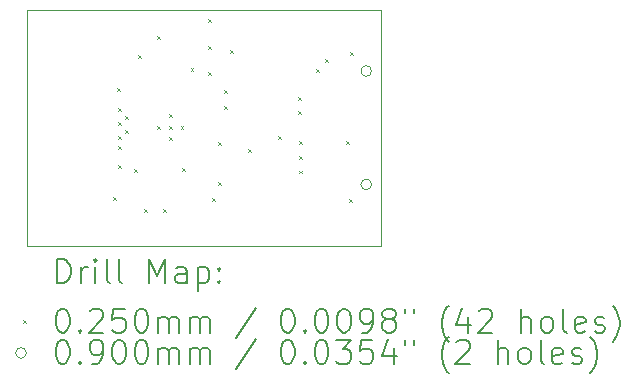
<source format=gbr>
%TF.GenerationSoftware,KiCad,Pcbnew,8.0.3-8.0.3-0~ubuntu24.04.1*%
%TF.CreationDate,2024-07-06T11:56:43-06:00*%
%TF.ProjectId,esp-prog,6573702d-7072-46f6-972e-6b696361645f,rev?*%
%TF.SameCoordinates,Original*%
%TF.FileFunction,Drillmap*%
%TF.FilePolarity,Positive*%
%FSLAX45Y45*%
G04 Gerber Fmt 4.5, Leading zero omitted, Abs format (unit mm)*
G04 Created by KiCad (PCBNEW 8.0.3-8.0.3-0~ubuntu24.04.1) date 2024-07-06 11:56:43*
%MOMM*%
%LPD*%
G01*
G04 APERTURE LIST*
%ADD10C,0.050000*%
%ADD11C,0.200000*%
%ADD12C,0.100000*%
G04 APERTURE END LIST*
D10*
X2000000Y-2000000D02*
X5000000Y-2000000D01*
X5000000Y-4000000D01*
X2000000Y-4000000D01*
X2000000Y-2000000D01*
D11*
D12*
X2732500Y-3590000D02*
X2757500Y-3615000D01*
X2757500Y-3590000D02*
X2732500Y-3615000D01*
X2767500Y-2667500D02*
X2792500Y-2692500D01*
X2792500Y-2667500D02*
X2767500Y-2692500D01*
X2769789Y-2832500D02*
X2794789Y-2857500D01*
X2794789Y-2832500D02*
X2769789Y-2857500D01*
X2772500Y-2952500D02*
X2797500Y-2977500D01*
X2797500Y-2952500D02*
X2772500Y-2977500D01*
X2772500Y-3072500D02*
X2797500Y-3097500D01*
X2797500Y-3072500D02*
X2772500Y-3097500D01*
X2772500Y-3152500D02*
X2797500Y-3177500D01*
X2797500Y-3152500D02*
X2772500Y-3177500D01*
X2772500Y-3312501D02*
X2797500Y-3337501D01*
X2797500Y-3312501D02*
X2772500Y-3337501D01*
X2831695Y-2898686D02*
X2856695Y-2923686D01*
X2856695Y-2898686D02*
X2831695Y-2923686D01*
X2834950Y-3022500D02*
X2859950Y-3047500D01*
X2859950Y-3022500D02*
X2834950Y-3047500D01*
X2912500Y-3347500D02*
X2937500Y-3372500D01*
X2937500Y-3347500D02*
X2912500Y-3372500D01*
X2942500Y-2387500D02*
X2967500Y-2412500D01*
X2967500Y-2387500D02*
X2942500Y-2412500D01*
X2992500Y-3685000D02*
X3017500Y-3710000D01*
X3017500Y-3685000D02*
X2992500Y-3710000D01*
X3102500Y-2227500D02*
X3127500Y-2252500D01*
X3127500Y-2227500D02*
X3102500Y-2252500D01*
X3102500Y-2987500D02*
X3127500Y-3012500D01*
X3127500Y-2987500D02*
X3102500Y-3012500D01*
X3152500Y-3685000D02*
X3177500Y-3710000D01*
X3177500Y-3685000D02*
X3152500Y-3710000D01*
X3202500Y-2887500D02*
X3227500Y-2912500D01*
X3227500Y-2887500D02*
X3202500Y-2912500D01*
X3202500Y-2986250D02*
X3227500Y-3011250D01*
X3227500Y-2986250D02*
X3202500Y-3011250D01*
X3202500Y-3082500D02*
X3227500Y-3107500D01*
X3227500Y-3082500D02*
X3202500Y-3107500D01*
X3302500Y-2987500D02*
X3327500Y-3012500D01*
X3327500Y-2987500D02*
X3302500Y-3012500D01*
X3312500Y-3337500D02*
X3337500Y-3362500D01*
X3337500Y-3337500D02*
X3312500Y-3362500D01*
X3387500Y-2492500D02*
X3412500Y-2517500D01*
X3412500Y-2492500D02*
X3387500Y-2517500D01*
X3537500Y-2082500D02*
X3562500Y-2107500D01*
X3562500Y-2082500D02*
X3537500Y-2107500D01*
X3537500Y-2307500D02*
X3562500Y-2332500D01*
X3562500Y-2307500D02*
X3537500Y-2332500D01*
X3537500Y-2532500D02*
X3562500Y-2557500D01*
X3562500Y-2532500D02*
X3537500Y-2557500D01*
X3572500Y-3592500D02*
X3597500Y-3617500D01*
X3597500Y-3592500D02*
X3572500Y-3617500D01*
X3617500Y-3122500D02*
X3642500Y-3147500D01*
X3642500Y-3122500D02*
X3617500Y-3147500D01*
X3617500Y-3462500D02*
X3642500Y-3487500D01*
X3642500Y-3462500D02*
X3617500Y-3487500D01*
X3667426Y-2812573D02*
X3692426Y-2837573D01*
X3692426Y-2812573D02*
X3667426Y-2837573D01*
X3667500Y-2677500D02*
X3692500Y-2702500D01*
X3692500Y-2677500D02*
X3667500Y-2702500D01*
X3722500Y-2342500D02*
X3747500Y-2367500D01*
X3747500Y-2342500D02*
X3722500Y-2367500D01*
X3877500Y-3177500D02*
X3902500Y-3202500D01*
X3902500Y-3177500D02*
X3877500Y-3202500D01*
X4127500Y-3072500D02*
X4152500Y-3097500D01*
X4152500Y-3072500D02*
X4127500Y-3097500D01*
X4297500Y-2742500D02*
X4322500Y-2767500D01*
X4322500Y-2742500D02*
X4297500Y-2767500D01*
X4297500Y-2862500D02*
X4322500Y-2887500D01*
X4322500Y-2862500D02*
X4297500Y-2887500D01*
X4307500Y-3112500D02*
X4332500Y-3137500D01*
X4332500Y-3112500D02*
X4307500Y-3137500D01*
X4307500Y-3237500D02*
X4332500Y-3262500D01*
X4332500Y-3237500D02*
X4307500Y-3262500D01*
X4307500Y-3362500D02*
X4332500Y-3387500D01*
X4332500Y-3362500D02*
X4307500Y-3387500D01*
X4452500Y-2502500D02*
X4477500Y-2527500D01*
X4477500Y-2502500D02*
X4452500Y-2527500D01*
X4522500Y-2417500D02*
X4547500Y-2442500D01*
X4547500Y-2417500D02*
X4522500Y-2442500D01*
X4707500Y-3112500D02*
X4732500Y-3137500D01*
X4732500Y-3112500D02*
X4707500Y-3137500D01*
X4732500Y-3607500D02*
X4757500Y-3632500D01*
X4757500Y-3607500D02*
X4732500Y-3632500D01*
X4737500Y-2362500D02*
X4762500Y-2387500D01*
X4762500Y-2362500D02*
X4737500Y-2387500D01*
X4920000Y-2520000D02*
G75*
G02*
X4830000Y-2520000I-45000J0D01*
G01*
X4830000Y-2520000D02*
G75*
G02*
X4920000Y-2520000I45000J0D01*
G01*
X4920000Y-3480000D02*
G75*
G02*
X4830000Y-3480000I-45000J0D01*
G01*
X4830000Y-3480000D02*
G75*
G02*
X4920000Y-3480000I45000J0D01*
G01*
D11*
X2258277Y-4313984D02*
X2258277Y-4113984D01*
X2258277Y-4113984D02*
X2305896Y-4113984D01*
X2305896Y-4113984D02*
X2334467Y-4123508D01*
X2334467Y-4123508D02*
X2353515Y-4142555D01*
X2353515Y-4142555D02*
X2363039Y-4161603D01*
X2363039Y-4161603D02*
X2372563Y-4199698D01*
X2372563Y-4199698D02*
X2372563Y-4228270D01*
X2372563Y-4228270D02*
X2363039Y-4266365D01*
X2363039Y-4266365D02*
X2353515Y-4285412D01*
X2353515Y-4285412D02*
X2334467Y-4304460D01*
X2334467Y-4304460D02*
X2305896Y-4313984D01*
X2305896Y-4313984D02*
X2258277Y-4313984D01*
X2458277Y-4313984D02*
X2458277Y-4180650D01*
X2458277Y-4218746D02*
X2467801Y-4199698D01*
X2467801Y-4199698D02*
X2477324Y-4190174D01*
X2477324Y-4190174D02*
X2496372Y-4180650D01*
X2496372Y-4180650D02*
X2515420Y-4180650D01*
X2582086Y-4313984D02*
X2582086Y-4180650D01*
X2582086Y-4113984D02*
X2572563Y-4123508D01*
X2572563Y-4123508D02*
X2582086Y-4133031D01*
X2582086Y-4133031D02*
X2591610Y-4123508D01*
X2591610Y-4123508D02*
X2582086Y-4113984D01*
X2582086Y-4113984D02*
X2582086Y-4133031D01*
X2705896Y-4313984D02*
X2686848Y-4304460D01*
X2686848Y-4304460D02*
X2677324Y-4285412D01*
X2677324Y-4285412D02*
X2677324Y-4113984D01*
X2810658Y-4313984D02*
X2791610Y-4304460D01*
X2791610Y-4304460D02*
X2782086Y-4285412D01*
X2782086Y-4285412D02*
X2782086Y-4113984D01*
X3039229Y-4313984D02*
X3039229Y-4113984D01*
X3039229Y-4113984D02*
X3105896Y-4256841D01*
X3105896Y-4256841D02*
X3172562Y-4113984D01*
X3172562Y-4113984D02*
X3172562Y-4313984D01*
X3353515Y-4313984D02*
X3353515Y-4209222D01*
X3353515Y-4209222D02*
X3343991Y-4190174D01*
X3343991Y-4190174D02*
X3324943Y-4180650D01*
X3324943Y-4180650D02*
X3286848Y-4180650D01*
X3286848Y-4180650D02*
X3267801Y-4190174D01*
X3353515Y-4304460D02*
X3334467Y-4313984D01*
X3334467Y-4313984D02*
X3286848Y-4313984D01*
X3286848Y-4313984D02*
X3267801Y-4304460D01*
X3267801Y-4304460D02*
X3258277Y-4285412D01*
X3258277Y-4285412D02*
X3258277Y-4266365D01*
X3258277Y-4266365D02*
X3267801Y-4247317D01*
X3267801Y-4247317D02*
X3286848Y-4237793D01*
X3286848Y-4237793D02*
X3334467Y-4237793D01*
X3334467Y-4237793D02*
X3353515Y-4228270D01*
X3448753Y-4180650D02*
X3448753Y-4380650D01*
X3448753Y-4190174D02*
X3467801Y-4180650D01*
X3467801Y-4180650D02*
X3505896Y-4180650D01*
X3505896Y-4180650D02*
X3524943Y-4190174D01*
X3524943Y-4190174D02*
X3534467Y-4199698D01*
X3534467Y-4199698D02*
X3543991Y-4218746D01*
X3543991Y-4218746D02*
X3543991Y-4275889D01*
X3543991Y-4275889D02*
X3534467Y-4294936D01*
X3534467Y-4294936D02*
X3524943Y-4304460D01*
X3524943Y-4304460D02*
X3505896Y-4313984D01*
X3505896Y-4313984D02*
X3467801Y-4313984D01*
X3467801Y-4313984D02*
X3448753Y-4304460D01*
X3629705Y-4294936D02*
X3639229Y-4304460D01*
X3639229Y-4304460D02*
X3629705Y-4313984D01*
X3629705Y-4313984D02*
X3620182Y-4304460D01*
X3620182Y-4304460D02*
X3629705Y-4294936D01*
X3629705Y-4294936D02*
X3629705Y-4313984D01*
X3629705Y-4190174D02*
X3639229Y-4199698D01*
X3639229Y-4199698D02*
X3629705Y-4209222D01*
X3629705Y-4209222D02*
X3620182Y-4199698D01*
X3620182Y-4199698D02*
X3629705Y-4190174D01*
X3629705Y-4190174D02*
X3629705Y-4209222D01*
D12*
X1972500Y-4630000D02*
X1997500Y-4655000D01*
X1997500Y-4630000D02*
X1972500Y-4655000D01*
D11*
X2296372Y-4533984D02*
X2315420Y-4533984D01*
X2315420Y-4533984D02*
X2334467Y-4543508D01*
X2334467Y-4543508D02*
X2343991Y-4553031D01*
X2343991Y-4553031D02*
X2353515Y-4572079D01*
X2353515Y-4572079D02*
X2363039Y-4610174D01*
X2363039Y-4610174D02*
X2363039Y-4657793D01*
X2363039Y-4657793D02*
X2353515Y-4695889D01*
X2353515Y-4695889D02*
X2343991Y-4714936D01*
X2343991Y-4714936D02*
X2334467Y-4724460D01*
X2334467Y-4724460D02*
X2315420Y-4733984D01*
X2315420Y-4733984D02*
X2296372Y-4733984D01*
X2296372Y-4733984D02*
X2277324Y-4724460D01*
X2277324Y-4724460D02*
X2267801Y-4714936D01*
X2267801Y-4714936D02*
X2258277Y-4695889D01*
X2258277Y-4695889D02*
X2248753Y-4657793D01*
X2248753Y-4657793D02*
X2248753Y-4610174D01*
X2248753Y-4610174D02*
X2258277Y-4572079D01*
X2258277Y-4572079D02*
X2267801Y-4553031D01*
X2267801Y-4553031D02*
X2277324Y-4543508D01*
X2277324Y-4543508D02*
X2296372Y-4533984D01*
X2448753Y-4714936D02*
X2458277Y-4724460D01*
X2458277Y-4724460D02*
X2448753Y-4733984D01*
X2448753Y-4733984D02*
X2439229Y-4724460D01*
X2439229Y-4724460D02*
X2448753Y-4714936D01*
X2448753Y-4714936D02*
X2448753Y-4733984D01*
X2534467Y-4553031D02*
X2543991Y-4543508D01*
X2543991Y-4543508D02*
X2563039Y-4533984D01*
X2563039Y-4533984D02*
X2610658Y-4533984D01*
X2610658Y-4533984D02*
X2629705Y-4543508D01*
X2629705Y-4543508D02*
X2639229Y-4553031D01*
X2639229Y-4553031D02*
X2648753Y-4572079D01*
X2648753Y-4572079D02*
X2648753Y-4591127D01*
X2648753Y-4591127D02*
X2639229Y-4619698D01*
X2639229Y-4619698D02*
X2524944Y-4733984D01*
X2524944Y-4733984D02*
X2648753Y-4733984D01*
X2829705Y-4533984D02*
X2734467Y-4533984D01*
X2734467Y-4533984D02*
X2724944Y-4629222D01*
X2724944Y-4629222D02*
X2734467Y-4619698D01*
X2734467Y-4619698D02*
X2753515Y-4610174D01*
X2753515Y-4610174D02*
X2801134Y-4610174D01*
X2801134Y-4610174D02*
X2820182Y-4619698D01*
X2820182Y-4619698D02*
X2829705Y-4629222D01*
X2829705Y-4629222D02*
X2839229Y-4648270D01*
X2839229Y-4648270D02*
X2839229Y-4695889D01*
X2839229Y-4695889D02*
X2829705Y-4714936D01*
X2829705Y-4714936D02*
X2820182Y-4724460D01*
X2820182Y-4724460D02*
X2801134Y-4733984D01*
X2801134Y-4733984D02*
X2753515Y-4733984D01*
X2753515Y-4733984D02*
X2734467Y-4724460D01*
X2734467Y-4724460D02*
X2724944Y-4714936D01*
X2963039Y-4533984D02*
X2982086Y-4533984D01*
X2982086Y-4533984D02*
X3001134Y-4543508D01*
X3001134Y-4543508D02*
X3010658Y-4553031D01*
X3010658Y-4553031D02*
X3020182Y-4572079D01*
X3020182Y-4572079D02*
X3029705Y-4610174D01*
X3029705Y-4610174D02*
X3029705Y-4657793D01*
X3029705Y-4657793D02*
X3020182Y-4695889D01*
X3020182Y-4695889D02*
X3010658Y-4714936D01*
X3010658Y-4714936D02*
X3001134Y-4724460D01*
X3001134Y-4724460D02*
X2982086Y-4733984D01*
X2982086Y-4733984D02*
X2963039Y-4733984D01*
X2963039Y-4733984D02*
X2943991Y-4724460D01*
X2943991Y-4724460D02*
X2934467Y-4714936D01*
X2934467Y-4714936D02*
X2924943Y-4695889D01*
X2924943Y-4695889D02*
X2915420Y-4657793D01*
X2915420Y-4657793D02*
X2915420Y-4610174D01*
X2915420Y-4610174D02*
X2924943Y-4572079D01*
X2924943Y-4572079D02*
X2934467Y-4553031D01*
X2934467Y-4553031D02*
X2943991Y-4543508D01*
X2943991Y-4543508D02*
X2963039Y-4533984D01*
X3115420Y-4733984D02*
X3115420Y-4600650D01*
X3115420Y-4619698D02*
X3124943Y-4610174D01*
X3124943Y-4610174D02*
X3143991Y-4600650D01*
X3143991Y-4600650D02*
X3172563Y-4600650D01*
X3172563Y-4600650D02*
X3191610Y-4610174D01*
X3191610Y-4610174D02*
X3201134Y-4629222D01*
X3201134Y-4629222D02*
X3201134Y-4733984D01*
X3201134Y-4629222D02*
X3210658Y-4610174D01*
X3210658Y-4610174D02*
X3229705Y-4600650D01*
X3229705Y-4600650D02*
X3258277Y-4600650D01*
X3258277Y-4600650D02*
X3277324Y-4610174D01*
X3277324Y-4610174D02*
X3286848Y-4629222D01*
X3286848Y-4629222D02*
X3286848Y-4733984D01*
X3382086Y-4733984D02*
X3382086Y-4600650D01*
X3382086Y-4619698D02*
X3391610Y-4610174D01*
X3391610Y-4610174D02*
X3410658Y-4600650D01*
X3410658Y-4600650D02*
X3439229Y-4600650D01*
X3439229Y-4600650D02*
X3458277Y-4610174D01*
X3458277Y-4610174D02*
X3467801Y-4629222D01*
X3467801Y-4629222D02*
X3467801Y-4733984D01*
X3467801Y-4629222D02*
X3477324Y-4610174D01*
X3477324Y-4610174D02*
X3496372Y-4600650D01*
X3496372Y-4600650D02*
X3524943Y-4600650D01*
X3524943Y-4600650D02*
X3543991Y-4610174D01*
X3543991Y-4610174D02*
X3553515Y-4629222D01*
X3553515Y-4629222D02*
X3553515Y-4733984D01*
X3943991Y-4524460D02*
X3772563Y-4781603D01*
X4201134Y-4533984D02*
X4220182Y-4533984D01*
X4220182Y-4533984D02*
X4239229Y-4543508D01*
X4239229Y-4543508D02*
X4248753Y-4553031D01*
X4248753Y-4553031D02*
X4258277Y-4572079D01*
X4258277Y-4572079D02*
X4267801Y-4610174D01*
X4267801Y-4610174D02*
X4267801Y-4657793D01*
X4267801Y-4657793D02*
X4258277Y-4695889D01*
X4258277Y-4695889D02*
X4248753Y-4714936D01*
X4248753Y-4714936D02*
X4239229Y-4724460D01*
X4239229Y-4724460D02*
X4220182Y-4733984D01*
X4220182Y-4733984D02*
X4201134Y-4733984D01*
X4201134Y-4733984D02*
X4182086Y-4724460D01*
X4182086Y-4724460D02*
X4172563Y-4714936D01*
X4172563Y-4714936D02*
X4163039Y-4695889D01*
X4163039Y-4695889D02*
X4153515Y-4657793D01*
X4153515Y-4657793D02*
X4153515Y-4610174D01*
X4153515Y-4610174D02*
X4163039Y-4572079D01*
X4163039Y-4572079D02*
X4172563Y-4553031D01*
X4172563Y-4553031D02*
X4182086Y-4543508D01*
X4182086Y-4543508D02*
X4201134Y-4533984D01*
X4353515Y-4714936D02*
X4363039Y-4724460D01*
X4363039Y-4724460D02*
X4353515Y-4733984D01*
X4353515Y-4733984D02*
X4343991Y-4724460D01*
X4343991Y-4724460D02*
X4353515Y-4714936D01*
X4353515Y-4714936D02*
X4353515Y-4733984D01*
X4486848Y-4533984D02*
X4505896Y-4533984D01*
X4505896Y-4533984D02*
X4524944Y-4543508D01*
X4524944Y-4543508D02*
X4534468Y-4553031D01*
X4534468Y-4553031D02*
X4543991Y-4572079D01*
X4543991Y-4572079D02*
X4553515Y-4610174D01*
X4553515Y-4610174D02*
X4553515Y-4657793D01*
X4553515Y-4657793D02*
X4543991Y-4695889D01*
X4543991Y-4695889D02*
X4534468Y-4714936D01*
X4534468Y-4714936D02*
X4524944Y-4724460D01*
X4524944Y-4724460D02*
X4505896Y-4733984D01*
X4505896Y-4733984D02*
X4486848Y-4733984D01*
X4486848Y-4733984D02*
X4467801Y-4724460D01*
X4467801Y-4724460D02*
X4458277Y-4714936D01*
X4458277Y-4714936D02*
X4448753Y-4695889D01*
X4448753Y-4695889D02*
X4439229Y-4657793D01*
X4439229Y-4657793D02*
X4439229Y-4610174D01*
X4439229Y-4610174D02*
X4448753Y-4572079D01*
X4448753Y-4572079D02*
X4458277Y-4553031D01*
X4458277Y-4553031D02*
X4467801Y-4543508D01*
X4467801Y-4543508D02*
X4486848Y-4533984D01*
X4677325Y-4533984D02*
X4696372Y-4533984D01*
X4696372Y-4533984D02*
X4715420Y-4543508D01*
X4715420Y-4543508D02*
X4724944Y-4553031D01*
X4724944Y-4553031D02*
X4734468Y-4572079D01*
X4734468Y-4572079D02*
X4743991Y-4610174D01*
X4743991Y-4610174D02*
X4743991Y-4657793D01*
X4743991Y-4657793D02*
X4734468Y-4695889D01*
X4734468Y-4695889D02*
X4724944Y-4714936D01*
X4724944Y-4714936D02*
X4715420Y-4724460D01*
X4715420Y-4724460D02*
X4696372Y-4733984D01*
X4696372Y-4733984D02*
X4677325Y-4733984D01*
X4677325Y-4733984D02*
X4658277Y-4724460D01*
X4658277Y-4724460D02*
X4648753Y-4714936D01*
X4648753Y-4714936D02*
X4639229Y-4695889D01*
X4639229Y-4695889D02*
X4629706Y-4657793D01*
X4629706Y-4657793D02*
X4629706Y-4610174D01*
X4629706Y-4610174D02*
X4639229Y-4572079D01*
X4639229Y-4572079D02*
X4648753Y-4553031D01*
X4648753Y-4553031D02*
X4658277Y-4543508D01*
X4658277Y-4543508D02*
X4677325Y-4533984D01*
X4839229Y-4733984D02*
X4877325Y-4733984D01*
X4877325Y-4733984D02*
X4896372Y-4724460D01*
X4896372Y-4724460D02*
X4905896Y-4714936D01*
X4905896Y-4714936D02*
X4924944Y-4686365D01*
X4924944Y-4686365D02*
X4934468Y-4648270D01*
X4934468Y-4648270D02*
X4934468Y-4572079D01*
X4934468Y-4572079D02*
X4924944Y-4553031D01*
X4924944Y-4553031D02*
X4915420Y-4543508D01*
X4915420Y-4543508D02*
X4896372Y-4533984D01*
X4896372Y-4533984D02*
X4858277Y-4533984D01*
X4858277Y-4533984D02*
X4839229Y-4543508D01*
X4839229Y-4543508D02*
X4829706Y-4553031D01*
X4829706Y-4553031D02*
X4820182Y-4572079D01*
X4820182Y-4572079D02*
X4820182Y-4619698D01*
X4820182Y-4619698D02*
X4829706Y-4638746D01*
X4829706Y-4638746D02*
X4839229Y-4648270D01*
X4839229Y-4648270D02*
X4858277Y-4657793D01*
X4858277Y-4657793D02*
X4896372Y-4657793D01*
X4896372Y-4657793D02*
X4915420Y-4648270D01*
X4915420Y-4648270D02*
X4924944Y-4638746D01*
X4924944Y-4638746D02*
X4934468Y-4619698D01*
X5048753Y-4619698D02*
X5029706Y-4610174D01*
X5029706Y-4610174D02*
X5020182Y-4600650D01*
X5020182Y-4600650D02*
X5010658Y-4581603D01*
X5010658Y-4581603D02*
X5010658Y-4572079D01*
X5010658Y-4572079D02*
X5020182Y-4553031D01*
X5020182Y-4553031D02*
X5029706Y-4543508D01*
X5029706Y-4543508D02*
X5048753Y-4533984D01*
X5048753Y-4533984D02*
X5086849Y-4533984D01*
X5086849Y-4533984D02*
X5105896Y-4543508D01*
X5105896Y-4543508D02*
X5115420Y-4553031D01*
X5115420Y-4553031D02*
X5124944Y-4572079D01*
X5124944Y-4572079D02*
X5124944Y-4581603D01*
X5124944Y-4581603D02*
X5115420Y-4600650D01*
X5115420Y-4600650D02*
X5105896Y-4610174D01*
X5105896Y-4610174D02*
X5086849Y-4619698D01*
X5086849Y-4619698D02*
X5048753Y-4619698D01*
X5048753Y-4619698D02*
X5029706Y-4629222D01*
X5029706Y-4629222D02*
X5020182Y-4638746D01*
X5020182Y-4638746D02*
X5010658Y-4657793D01*
X5010658Y-4657793D02*
X5010658Y-4695889D01*
X5010658Y-4695889D02*
X5020182Y-4714936D01*
X5020182Y-4714936D02*
X5029706Y-4724460D01*
X5029706Y-4724460D02*
X5048753Y-4733984D01*
X5048753Y-4733984D02*
X5086849Y-4733984D01*
X5086849Y-4733984D02*
X5105896Y-4724460D01*
X5105896Y-4724460D02*
X5115420Y-4714936D01*
X5115420Y-4714936D02*
X5124944Y-4695889D01*
X5124944Y-4695889D02*
X5124944Y-4657793D01*
X5124944Y-4657793D02*
X5115420Y-4638746D01*
X5115420Y-4638746D02*
X5105896Y-4629222D01*
X5105896Y-4629222D02*
X5086849Y-4619698D01*
X5201134Y-4533984D02*
X5201134Y-4572079D01*
X5277325Y-4533984D02*
X5277325Y-4572079D01*
X5572563Y-4810174D02*
X5563039Y-4800650D01*
X5563039Y-4800650D02*
X5543991Y-4772079D01*
X5543991Y-4772079D02*
X5534468Y-4753031D01*
X5534468Y-4753031D02*
X5524944Y-4724460D01*
X5524944Y-4724460D02*
X5515420Y-4676841D01*
X5515420Y-4676841D02*
X5515420Y-4638746D01*
X5515420Y-4638746D02*
X5524944Y-4591127D01*
X5524944Y-4591127D02*
X5534468Y-4562555D01*
X5534468Y-4562555D02*
X5543991Y-4543508D01*
X5543991Y-4543508D02*
X5563039Y-4514936D01*
X5563039Y-4514936D02*
X5572563Y-4505412D01*
X5734468Y-4600650D02*
X5734468Y-4733984D01*
X5686848Y-4524460D02*
X5639229Y-4667317D01*
X5639229Y-4667317D02*
X5763039Y-4667317D01*
X5829706Y-4553031D02*
X5839229Y-4543508D01*
X5839229Y-4543508D02*
X5858277Y-4533984D01*
X5858277Y-4533984D02*
X5905896Y-4533984D01*
X5905896Y-4533984D02*
X5924944Y-4543508D01*
X5924944Y-4543508D02*
X5934468Y-4553031D01*
X5934468Y-4553031D02*
X5943991Y-4572079D01*
X5943991Y-4572079D02*
X5943991Y-4591127D01*
X5943991Y-4591127D02*
X5934468Y-4619698D01*
X5934468Y-4619698D02*
X5820182Y-4733984D01*
X5820182Y-4733984D02*
X5943991Y-4733984D01*
X6182087Y-4733984D02*
X6182087Y-4533984D01*
X6267801Y-4733984D02*
X6267801Y-4629222D01*
X6267801Y-4629222D02*
X6258277Y-4610174D01*
X6258277Y-4610174D02*
X6239230Y-4600650D01*
X6239230Y-4600650D02*
X6210658Y-4600650D01*
X6210658Y-4600650D02*
X6191610Y-4610174D01*
X6191610Y-4610174D02*
X6182087Y-4619698D01*
X6391610Y-4733984D02*
X6372563Y-4724460D01*
X6372563Y-4724460D02*
X6363039Y-4714936D01*
X6363039Y-4714936D02*
X6353515Y-4695889D01*
X6353515Y-4695889D02*
X6353515Y-4638746D01*
X6353515Y-4638746D02*
X6363039Y-4619698D01*
X6363039Y-4619698D02*
X6372563Y-4610174D01*
X6372563Y-4610174D02*
X6391610Y-4600650D01*
X6391610Y-4600650D02*
X6420182Y-4600650D01*
X6420182Y-4600650D02*
X6439230Y-4610174D01*
X6439230Y-4610174D02*
X6448753Y-4619698D01*
X6448753Y-4619698D02*
X6458277Y-4638746D01*
X6458277Y-4638746D02*
X6458277Y-4695889D01*
X6458277Y-4695889D02*
X6448753Y-4714936D01*
X6448753Y-4714936D02*
X6439230Y-4724460D01*
X6439230Y-4724460D02*
X6420182Y-4733984D01*
X6420182Y-4733984D02*
X6391610Y-4733984D01*
X6572563Y-4733984D02*
X6553515Y-4724460D01*
X6553515Y-4724460D02*
X6543991Y-4705412D01*
X6543991Y-4705412D02*
X6543991Y-4533984D01*
X6724944Y-4724460D02*
X6705896Y-4733984D01*
X6705896Y-4733984D02*
X6667801Y-4733984D01*
X6667801Y-4733984D02*
X6648753Y-4724460D01*
X6648753Y-4724460D02*
X6639230Y-4705412D01*
X6639230Y-4705412D02*
X6639230Y-4629222D01*
X6639230Y-4629222D02*
X6648753Y-4610174D01*
X6648753Y-4610174D02*
X6667801Y-4600650D01*
X6667801Y-4600650D02*
X6705896Y-4600650D01*
X6705896Y-4600650D02*
X6724944Y-4610174D01*
X6724944Y-4610174D02*
X6734468Y-4629222D01*
X6734468Y-4629222D02*
X6734468Y-4648270D01*
X6734468Y-4648270D02*
X6639230Y-4667317D01*
X6810658Y-4724460D02*
X6829706Y-4733984D01*
X6829706Y-4733984D02*
X6867801Y-4733984D01*
X6867801Y-4733984D02*
X6886849Y-4724460D01*
X6886849Y-4724460D02*
X6896372Y-4705412D01*
X6896372Y-4705412D02*
X6896372Y-4695889D01*
X6896372Y-4695889D02*
X6886849Y-4676841D01*
X6886849Y-4676841D02*
X6867801Y-4667317D01*
X6867801Y-4667317D02*
X6839230Y-4667317D01*
X6839230Y-4667317D02*
X6820182Y-4657793D01*
X6820182Y-4657793D02*
X6810658Y-4638746D01*
X6810658Y-4638746D02*
X6810658Y-4629222D01*
X6810658Y-4629222D02*
X6820182Y-4610174D01*
X6820182Y-4610174D02*
X6839230Y-4600650D01*
X6839230Y-4600650D02*
X6867801Y-4600650D01*
X6867801Y-4600650D02*
X6886849Y-4610174D01*
X6963039Y-4810174D02*
X6972563Y-4800650D01*
X6972563Y-4800650D02*
X6991611Y-4772079D01*
X6991611Y-4772079D02*
X7001134Y-4753031D01*
X7001134Y-4753031D02*
X7010658Y-4724460D01*
X7010658Y-4724460D02*
X7020182Y-4676841D01*
X7020182Y-4676841D02*
X7020182Y-4638746D01*
X7020182Y-4638746D02*
X7010658Y-4591127D01*
X7010658Y-4591127D02*
X7001134Y-4562555D01*
X7001134Y-4562555D02*
X6991611Y-4543508D01*
X6991611Y-4543508D02*
X6972563Y-4514936D01*
X6972563Y-4514936D02*
X6963039Y-4505412D01*
D12*
X1997500Y-4906500D02*
G75*
G02*
X1907500Y-4906500I-45000J0D01*
G01*
X1907500Y-4906500D02*
G75*
G02*
X1997500Y-4906500I45000J0D01*
G01*
D11*
X2296372Y-4797984D02*
X2315420Y-4797984D01*
X2315420Y-4797984D02*
X2334467Y-4807508D01*
X2334467Y-4807508D02*
X2343991Y-4817031D01*
X2343991Y-4817031D02*
X2353515Y-4836079D01*
X2353515Y-4836079D02*
X2363039Y-4874174D01*
X2363039Y-4874174D02*
X2363039Y-4921793D01*
X2363039Y-4921793D02*
X2353515Y-4959889D01*
X2353515Y-4959889D02*
X2343991Y-4978936D01*
X2343991Y-4978936D02*
X2334467Y-4988460D01*
X2334467Y-4988460D02*
X2315420Y-4997984D01*
X2315420Y-4997984D02*
X2296372Y-4997984D01*
X2296372Y-4997984D02*
X2277324Y-4988460D01*
X2277324Y-4988460D02*
X2267801Y-4978936D01*
X2267801Y-4978936D02*
X2258277Y-4959889D01*
X2258277Y-4959889D02*
X2248753Y-4921793D01*
X2248753Y-4921793D02*
X2248753Y-4874174D01*
X2248753Y-4874174D02*
X2258277Y-4836079D01*
X2258277Y-4836079D02*
X2267801Y-4817031D01*
X2267801Y-4817031D02*
X2277324Y-4807508D01*
X2277324Y-4807508D02*
X2296372Y-4797984D01*
X2448753Y-4978936D02*
X2458277Y-4988460D01*
X2458277Y-4988460D02*
X2448753Y-4997984D01*
X2448753Y-4997984D02*
X2439229Y-4988460D01*
X2439229Y-4988460D02*
X2448753Y-4978936D01*
X2448753Y-4978936D02*
X2448753Y-4997984D01*
X2553515Y-4997984D02*
X2591610Y-4997984D01*
X2591610Y-4997984D02*
X2610658Y-4988460D01*
X2610658Y-4988460D02*
X2620182Y-4978936D01*
X2620182Y-4978936D02*
X2639229Y-4950365D01*
X2639229Y-4950365D02*
X2648753Y-4912270D01*
X2648753Y-4912270D02*
X2648753Y-4836079D01*
X2648753Y-4836079D02*
X2639229Y-4817031D01*
X2639229Y-4817031D02*
X2629705Y-4807508D01*
X2629705Y-4807508D02*
X2610658Y-4797984D01*
X2610658Y-4797984D02*
X2572563Y-4797984D01*
X2572563Y-4797984D02*
X2553515Y-4807508D01*
X2553515Y-4807508D02*
X2543991Y-4817031D01*
X2543991Y-4817031D02*
X2534467Y-4836079D01*
X2534467Y-4836079D02*
X2534467Y-4883698D01*
X2534467Y-4883698D02*
X2543991Y-4902746D01*
X2543991Y-4902746D02*
X2553515Y-4912270D01*
X2553515Y-4912270D02*
X2572563Y-4921793D01*
X2572563Y-4921793D02*
X2610658Y-4921793D01*
X2610658Y-4921793D02*
X2629705Y-4912270D01*
X2629705Y-4912270D02*
X2639229Y-4902746D01*
X2639229Y-4902746D02*
X2648753Y-4883698D01*
X2772563Y-4797984D02*
X2791610Y-4797984D01*
X2791610Y-4797984D02*
X2810658Y-4807508D01*
X2810658Y-4807508D02*
X2820182Y-4817031D01*
X2820182Y-4817031D02*
X2829705Y-4836079D01*
X2829705Y-4836079D02*
X2839229Y-4874174D01*
X2839229Y-4874174D02*
X2839229Y-4921793D01*
X2839229Y-4921793D02*
X2829705Y-4959889D01*
X2829705Y-4959889D02*
X2820182Y-4978936D01*
X2820182Y-4978936D02*
X2810658Y-4988460D01*
X2810658Y-4988460D02*
X2791610Y-4997984D01*
X2791610Y-4997984D02*
X2772563Y-4997984D01*
X2772563Y-4997984D02*
X2753515Y-4988460D01*
X2753515Y-4988460D02*
X2743991Y-4978936D01*
X2743991Y-4978936D02*
X2734467Y-4959889D01*
X2734467Y-4959889D02*
X2724944Y-4921793D01*
X2724944Y-4921793D02*
X2724944Y-4874174D01*
X2724944Y-4874174D02*
X2734467Y-4836079D01*
X2734467Y-4836079D02*
X2743991Y-4817031D01*
X2743991Y-4817031D02*
X2753515Y-4807508D01*
X2753515Y-4807508D02*
X2772563Y-4797984D01*
X2963039Y-4797984D02*
X2982086Y-4797984D01*
X2982086Y-4797984D02*
X3001134Y-4807508D01*
X3001134Y-4807508D02*
X3010658Y-4817031D01*
X3010658Y-4817031D02*
X3020182Y-4836079D01*
X3020182Y-4836079D02*
X3029705Y-4874174D01*
X3029705Y-4874174D02*
X3029705Y-4921793D01*
X3029705Y-4921793D02*
X3020182Y-4959889D01*
X3020182Y-4959889D02*
X3010658Y-4978936D01*
X3010658Y-4978936D02*
X3001134Y-4988460D01*
X3001134Y-4988460D02*
X2982086Y-4997984D01*
X2982086Y-4997984D02*
X2963039Y-4997984D01*
X2963039Y-4997984D02*
X2943991Y-4988460D01*
X2943991Y-4988460D02*
X2934467Y-4978936D01*
X2934467Y-4978936D02*
X2924943Y-4959889D01*
X2924943Y-4959889D02*
X2915420Y-4921793D01*
X2915420Y-4921793D02*
X2915420Y-4874174D01*
X2915420Y-4874174D02*
X2924943Y-4836079D01*
X2924943Y-4836079D02*
X2934467Y-4817031D01*
X2934467Y-4817031D02*
X2943991Y-4807508D01*
X2943991Y-4807508D02*
X2963039Y-4797984D01*
X3115420Y-4997984D02*
X3115420Y-4864650D01*
X3115420Y-4883698D02*
X3124943Y-4874174D01*
X3124943Y-4874174D02*
X3143991Y-4864650D01*
X3143991Y-4864650D02*
X3172563Y-4864650D01*
X3172563Y-4864650D02*
X3191610Y-4874174D01*
X3191610Y-4874174D02*
X3201134Y-4893222D01*
X3201134Y-4893222D02*
X3201134Y-4997984D01*
X3201134Y-4893222D02*
X3210658Y-4874174D01*
X3210658Y-4874174D02*
X3229705Y-4864650D01*
X3229705Y-4864650D02*
X3258277Y-4864650D01*
X3258277Y-4864650D02*
X3277324Y-4874174D01*
X3277324Y-4874174D02*
X3286848Y-4893222D01*
X3286848Y-4893222D02*
X3286848Y-4997984D01*
X3382086Y-4997984D02*
X3382086Y-4864650D01*
X3382086Y-4883698D02*
X3391610Y-4874174D01*
X3391610Y-4874174D02*
X3410658Y-4864650D01*
X3410658Y-4864650D02*
X3439229Y-4864650D01*
X3439229Y-4864650D02*
X3458277Y-4874174D01*
X3458277Y-4874174D02*
X3467801Y-4893222D01*
X3467801Y-4893222D02*
X3467801Y-4997984D01*
X3467801Y-4893222D02*
X3477324Y-4874174D01*
X3477324Y-4874174D02*
X3496372Y-4864650D01*
X3496372Y-4864650D02*
X3524943Y-4864650D01*
X3524943Y-4864650D02*
X3543991Y-4874174D01*
X3543991Y-4874174D02*
X3553515Y-4893222D01*
X3553515Y-4893222D02*
X3553515Y-4997984D01*
X3943991Y-4788460D02*
X3772563Y-5045603D01*
X4201134Y-4797984D02*
X4220182Y-4797984D01*
X4220182Y-4797984D02*
X4239229Y-4807508D01*
X4239229Y-4807508D02*
X4248753Y-4817031D01*
X4248753Y-4817031D02*
X4258277Y-4836079D01*
X4258277Y-4836079D02*
X4267801Y-4874174D01*
X4267801Y-4874174D02*
X4267801Y-4921793D01*
X4267801Y-4921793D02*
X4258277Y-4959889D01*
X4258277Y-4959889D02*
X4248753Y-4978936D01*
X4248753Y-4978936D02*
X4239229Y-4988460D01*
X4239229Y-4988460D02*
X4220182Y-4997984D01*
X4220182Y-4997984D02*
X4201134Y-4997984D01*
X4201134Y-4997984D02*
X4182086Y-4988460D01*
X4182086Y-4988460D02*
X4172563Y-4978936D01*
X4172563Y-4978936D02*
X4163039Y-4959889D01*
X4163039Y-4959889D02*
X4153515Y-4921793D01*
X4153515Y-4921793D02*
X4153515Y-4874174D01*
X4153515Y-4874174D02*
X4163039Y-4836079D01*
X4163039Y-4836079D02*
X4172563Y-4817031D01*
X4172563Y-4817031D02*
X4182086Y-4807508D01*
X4182086Y-4807508D02*
X4201134Y-4797984D01*
X4353515Y-4978936D02*
X4363039Y-4988460D01*
X4363039Y-4988460D02*
X4353515Y-4997984D01*
X4353515Y-4997984D02*
X4343991Y-4988460D01*
X4343991Y-4988460D02*
X4353515Y-4978936D01*
X4353515Y-4978936D02*
X4353515Y-4997984D01*
X4486848Y-4797984D02*
X4505896Y-4797984D01*
X4505896Y-4797984D02*
X4524944Y-4807508D01*
X4524944Y-4807508D02*
X4534468Y-4817031D01*
X4534468Y-4817031D02*
X4543991Y-4836079D01*
X4543991Y-4836079D02*
X4553515Y-4874174D01*
X4553515Y-4874174D02*
X4553515Y-4921793D01*
X4553515Y-4921793D02*
X4543991Y-4959889D01*
X4543991Y-4959889D02*
X4534468Y-4978936D01*
X4534468Y-4978936D02*
X4524944Y-4988460D01*
X4524944Y-4988460D02*
X4505896Y-4997984D01*
X4505896Y-4997984D02*
X4486848Y-4997984D01*
X4486848Y-4997984D02*
X4467801Y-4988460D01*
X4467801Y-4988460D02*
X4458277Y-4978936D01*
X4458277Y-4978936D02*
X4448753Y-4959889D01*
X4448753Y-4959889D02*
X4439229Y-4921793D01*
X4439229Y-4921793D02*
X4439229Y-4874174D01*
X4439229Y-4874174D02*
X4448753Y-4836079D01*
X4448753Y-4836079D02*
X4458277Y-4817031D01*
X4458277Y-4817031D02*
X4467801Y-4807508D01*
X4467801Y-4807508D02*
X4486848Y-4797984D01*
X4620182Y-4797984D02*
X4743991Y-4797984D01*
X4743991Y-4797984D02*
X4677325Y-4874174D01*
X4677325Y-4874174D02*
X4705896Y-4874174D01*
X4705896Y-4874174D02*
X4724944Y-4883698D01*
X4724944Y-4883698D02*
X4734468Y-4893222D01*
X4734468Y-4893222D02*
X4743991Y-4912270D01*
X4743991Y-4912270D02*
X4743991Y-4959889D01*
X4743991Y-4959889D02*
X4734468Y-4978936D01*
X4734468Y-4978936D02*
X4724944Y-4988460D01*
X4724944Y-4988460D02*
X4705896Y-4997984D01*
X4705896Y-4997984D02*
X4648753Y-4997984D01*
X4648753Y-4997984D02*
X4629706Y-4988460D01*
X4629706Y-4988460D02*
X4620182Y-4978936D01*
X4924944Y-4797984D02*
X4829706Y-4797984D01*
X4829706Y-4797984D02*
X4820182Y-4893222D01*
X4820182Y-4893222D02*
X4829706Y-4883698D01*
X4829706Y-4883698D02*
X4848753Y-4874174D01*
X4848753Y-4874174D02*
X4896372Y-4874174D01*
X4896372Y-4874174D02*
X4915420Y-4883698D01*
X4915420Y-4883698D02*
X4924944Y-4893222D01*
X4924944Y-4893222D02*
X4934468Y-4912270D01*
X4934468Y-4912270D02*
X4934468Y-4959889D01*
X4934468Y-4959889D02*
X4924944Y-4978936D01*
X4924944Y-4978936D02*
X4915420Y-4988460D01*
X4915420Y-4988460D02*
X4896372Y-4997984D01*
X4896372Y-4997984D02*
X4848753Y-4997984D01*
X4848753Y-4997984D02*
X4829706Y-4988460D01*
X4829706Y-4988460D02*
X4820182Y-4978936D01*
X5105896Y-4864650D02*
X5105896Y-4997984D01*
X5058277Y-4788460D02*
X5010658Y-4931317D01*
X5010658Y-4931317D02*
X5134468Y-4931317D01*
X5201134Y-4797984D02*
X5201134Y-4836079D01*
X5277325Y-4797984D02*
X5277325Y-4836079D01*
X5572563Y-5074174D02*
X5563039Y-5064650D01*
X5563039Y-5064650D02*
X5543991Y-5036079D01*
X5543991Y-5036079D02*
X5534468Y-5017031D01*
X5534468Y-5017031D02*
X5524944Y-4988460D01*
X5524944Y-4988460D02*
X5515420Y-4940841D01*
X5515420Y-4940841D02*
X5515420Y-4902746D01*
X5515420Y-4902746D02*
X5524944Y-4855127D01*
X5524944Y-4855127D02*
X5534468Y-4826555D01*
X5534468Y-4826555D02*
X5543991Y-4807508D01*
X5543991Y-4807508D02*
X5563039Y-4778936D01*
X5563039Y-4778936D02*
X5572563Y-4769412D01*
X5639229Y-4817031D02*
X5648753Y-4807508D01*
X5648753Y-4807508D02*
X5667801Y-4797984D01*
X5667801Y-4797984D02*
X5715420Y-4797984D01*
X5715420Y-4797984D02*
X5734468Y-4807508D01*
X5734468Y-4807508D02*
X5743991Y-4817031D01*
X5743991Y-4817031D02*
X5753515Y-4836079D01*
X5753515Y-4836079D02*
X5753515Y-4855127D01*
X5753515Y-4855127D02*
X5743991Y-4883698D01*
X5743991Y-4883698D02*
X5629706Y-4997984D01*
X5629706Y-4997984D02*
X5753515Y-4997984D01*
X5991610Y-4997984D02*
X5991610Y-4797984D01*
X6077325Y-4997984D02*
X6077325Y-4893222D01*
X6077325Y-4893222D02*
X6067801Y-4874174D01*
X6067801Y-4874174D02*
X6048753Y-4864650D01*
X6048753Y-4864650D02*
X6020182Y-4864650D01*
X6020182Y-4864650D02*
X6001134Y-4874174D01*
X6001134Y-4874174D02*
X5991610Y-4883698D01*
X6201134Y-4997984D02*
X6182087Y-4988460D01*
X6182087Y-4988460D02*
X6172563Y-4978936D01*
X6172563Y-4978936D02*
X6163039Y-4959889D01*
X6163039Y-4959889D02*
X6163039Y-4902746D01*
X6163039Y-4902746D02*
X6172563Y-4883698D01*
X6172563Y-4883698D02*
X6182087Y-4874174D01*
X6182087Y-4874174D02*
X6201134Y-4864650D01*
X6201134Y-4864650D02*
X6229706Y-4864650D01*
X6229706Y-4864650D02*
X6248753Y-4874174D01*
X6248753Y-4874174D02*
X6258277Y-4883698D01*
X6258277Y-4883698D02*
X6267801Y-4902746D01*
X6267801Y-4902746D02*
X6267801Y-4959889D01*
X6267801Y-4959889D02*
X6258277Y-4978936D01*
X6258277Y-4978936D02*
X6248753Y-4988460D01*
X6248753Y-4988460D02*
X6229706Y-4997984D01*
X6229706Y-4997984D02*
X6201134Y-4997984D01*
X6382087Y-4997984D02*
X6363039Y-4988460D01*
X6363039Y-4988460D02*
X6353515Y-4969412D01*
X6353515Y-4969412D02*
X6353515Y-4797984D01*
X6534468Y-4988460D02*
X6515420Y-4997984D01*
X6515420Y-4997984D02*
X6477325Y-4997984D01*
X6477325Y-4997984D02*
X6458277Y-4988460D01*
X6458277Y-4988460D02*
X6448753Y-4969412D01*
X6448753Y-4969412D02*
X6448753Y-4893222D01*
X6448753Y-4893222D02*
X6458277Y-4874174D01*
X6458277Y-4874174D02*
X6477325Y-4864650D01*
X6477325Y-4864650D02*
X6515420Y-4864650D01*
X6515420Y-4864650D02*
X6534468Y-4874174D01*
X6534468Y-4874174D02*
X6543991Y-4893222D01*
X6543991Y-4893222D02*
X6543991Y-4912270D01*
X6543991Y-4912270D02*
X6448753Y-4931317D01*
X6620182Y-4988460D02*
X6639230Y-4997984D01*
X6639230Y-4997984D02*
X6677325Y-4997984D01*
X6677325Y-4997984D02*
X6696372Y-4988460D01*
X6696372Y-4988460D02*
X6705896Y-4969412D01*
X6705896Y-4969412D02*
X6705896Y-4959889D01*
X6705896Y-4959889D02*
X6696372Y-4940841D01*
X6696372Y-4940841D02*
X6677325Y-4931317D01*
X6677325Y-4931317D02*
X6648753Y-4931317D01*
X6648753Y-4931317D02*
X6629706Y-4921793D01*
X6629706Y-4921793D02*
X6620182Y-4902746D01*
X6620182Y-4902746D02*
X6620182Y-4893222D01*
X6620182Y-4893222D02*
X6629706Y-4874174D01*
X6629706Y-4874174D02*
X6648753Y-4864650D01*
X6648753Y-4864650D02*
X6677325Y-4864650D01*
X6677325Y-4864650D02*
X6696372Y-4874174D01*
X6772563Y-5074174D02*
X6782087Y-5064650D01*
X6782087Y-5064650D02*
X6801134Y-5036079D01*
X6801134Y-5036079D02*
X6810658Y-5017031D01*
X6810658Y-5017031D02*
X6820182Y-4988460D01*
X6820182Y-4988460D02*
X6829706Y-4940841D01*
X6829706Y-4940841D02*
X6829706Y-4902746D01*
X6829706Y-4902746D02*
X6820182Y-4855127D01*
X6820182Y-4855127D02*
X6810658Y-4826555D01*
X6810658Y-4826555D02*
X6801134Y-4807508D01*
X6801134Y-4807508D02*
X6782087Y-4778936D01*
X6782087Y-4778936D02*
X6772563Y-4769412D01*
M02*

</source>
